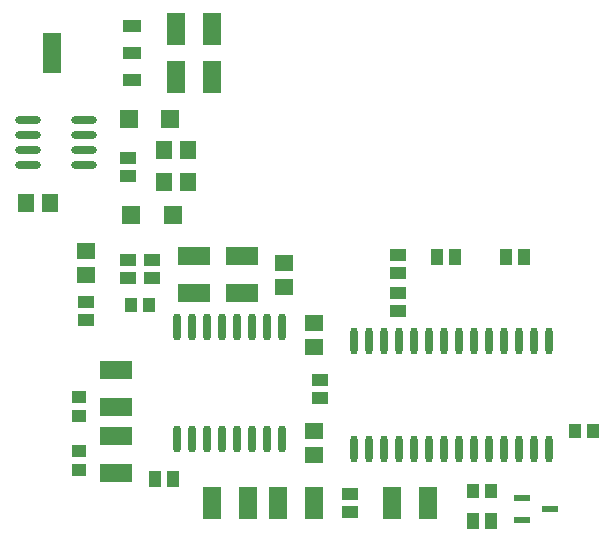
<source format=gtp>
%FSLAX25Y25*%
%MOIN*%
G70*
G01*
G75*
G04 Layer_Color=8421504*
%ADD10R,0.05906X0.05512*%
%ADD11O,0.02756X0.09055*%
%ADD12R,0.05709X0.02362*%
%ADD13R,0.04331X0.05512*%
%ADD14R,0.03937X0.05118*%
%ADD15R,0.05512X0.04331*%
%ADD16O,0.02362X0.09055*%
%ADD17R,0.05906X0.11024*%
%ADD18R,0.11024X0.05906*%
%ADD19R,0.05118X0.03937*%
%ADD20R,0.05512X0.05906*%
%ADD21R,0.05906X0.05906*%
%ADD22O,0.08661X0.02362*%
%ADD23R,0.06102X0.13583*%
%ADD24R,0.06102X0.04331*%
%ADD25R,0.06102X0.04331*%
%ADD26C,0.01200*%
%ADD27C,0.04724*%
%ADD28O,0.07087X0.10630*%
%ADD29O,0.10630X0.07087*%
%ADD30C,0.05906*%
%ADD31R,0.05906X0.05906*%
%ADD32C,0.07874*%
%ADD33R,0.07874X0.07874*%
%ADD34C,0.05512*%
%ADD35P,0.05966X8X202.5*%
%ADD36C,0.04724*%
%ADD37C,0.11810*%
%ADD38R,0.07874X0.07874*%
%ADD39C,0.05000*%
%ADD40C,0.63000*%
%ADD41R,0.10000X0.20000*%
%ADD42C,0.02362*%
%ADD43C,0.00984*%
%ADD44C,0.00787*%
%ADD45C,0.01000*%
%ADD46C,0.00787*%
%ADD47C,0.00800*%
%ADD48R,0.11024X0.03150*%
%ADD49R,0.03150X0.11024*%
D10*
X162000Y346063D02*
D03*
Y353937D02*
D03*
X228000Y349874D02*
D03*
Y342000D02*
D03*
X238000Y322063D02*
D03*
Y329937D02*
D03*
Y286000D02*
D03*
Y293874D02*
D03*
D11*
X227500Y328701D02*
D03*
X222500D02*
D03*
X217500D02*
D03*
X212500D02*
D03*
X207500D02*
D03*
X202500D02*
D03*
X197500D02*
D03*
X192500D02*
D03*
X227500Y291299D02*
D03*
X222500D02*
D03*
X217500D02*
D03*
X212500D02*
D03*
X207500D02*
D03*
X202500D02*
D03*
X197500D02*
D03*
X192500D02*
D03*
D12*
X316626Y268000D02*
D03*
X307374Y264260D02*
D03*
Y271740D02*
D03*
D13*
X291047Y264000D02*
D03*
X296953D02*
D03*
X308000Y352000D02*
D03*
X302094D02*
D03*
X279047D02*
D03*
X284953D02*
D03*
X190953Y278000D02*
D03*
X185047D02*
D03*
D14*
X297150Y274000D02*
D03*
X290850D02*
D03*
X324850Y294000D02*
D03*
X331150D02*
D03*
X176850Y336000D02*
D03*
X183150D02*
D03*
D15*
X266000Y346647D02*
D03*
Y352553D02*
D03*
Y339906D02*
D03*
Y334000D02*
D03*
X250000Y272953D02*
D03*
Y267047D02*
D03*
X184000Y345047D02*
D03*
Y350953D02*
D03*
X176000Y345047D02*
D03*
Y350953D02*
D03*
Y379047D02*
D03*
Y384953D02*
D03*
X240000Y305047D02*
D03*
Y310953D02*
D03*
X162000Y336953D02*
D03*
Y331047D02*
D03*
D16*
X316500Y323913D02*
D03*
X311500D02*
D03*
X306500D02*
D03*
X301500D02*
D03*
X296500D02*
D03*
X291500D02*
D03*
X286500D02*
D03*
X281500D02*
D03*
X276500D02*
D03*
X271500D02*
D03*
X266500D02*
D03*
X261500D02*
D03*
X256500D02*
D03*
X251500D02*
D03*
X316500Y288087D02*
D03*
X311500D02*
D03*
X306500D02*
D03*
X301500D02*
D03*
X296500D02*
D03*
X291500D02*
D03*
X286500D02*
D03*
X281500D02*
D03*
X276500D02*
D03*
X271500D02*
D03*
X266500D02*
D03*
X261500D02*
D03*
X256500D02*
D03*
X251500D02*
D03*
D17*
X263898Y270000D02*
D03*
X276102D02*
D03*
X225898D02*
D03*
X238102D02*
D03*
X216102D02*
D03*
X203898D02*
D03*
X204102Y428000D02*
D03*
X191898D02*
D03*
X204102Y412000D02*
D03*
X191898D02*
D03*
D18*
X172000Y292102D02*
D03*
Y279898D02*
D03*
Y314102D02*
D03*
Y301898D02*
D03*
X214000Y352102D02*
D03*
Y339898D02*
D03*
X198000Y352102D02*
D03*
Y339898D02*
D03*
D19*
X159803Y280850D02*
D03*
Y287150D02*
D03*
Y298850D02*
D03*
Y305150D02*
D03*
D20*
X188000Y376864D02*
D03*
X195874D02*
D03*
X188000Y387530D02*
D03*
X195874D02*
D03*
X142063Y370000D02*
D03*
X149937D02*
D03*
D21*
X177110Y366000D02*
D03*
X190890D02*
D03*
X176220Y398000D02*
D03*
X190000D02*
D03*
D22*
X161449Y382500D02*
D03*
Y387500D02*
D03*
Y392500D02*
D03*
Y397500D02*
D03*
X142551Y382500D02*
D03*
Y387500D02*
D03*
Y392500D02*
D03*
Y397500D02*
D03*
D23*
X150713Y420000D02*
D03*
D24*
X177287Y429055D02*
D03*
Y420000D02*
D03*
D25*
Y410945D02*
D03*
M02*

</source>
